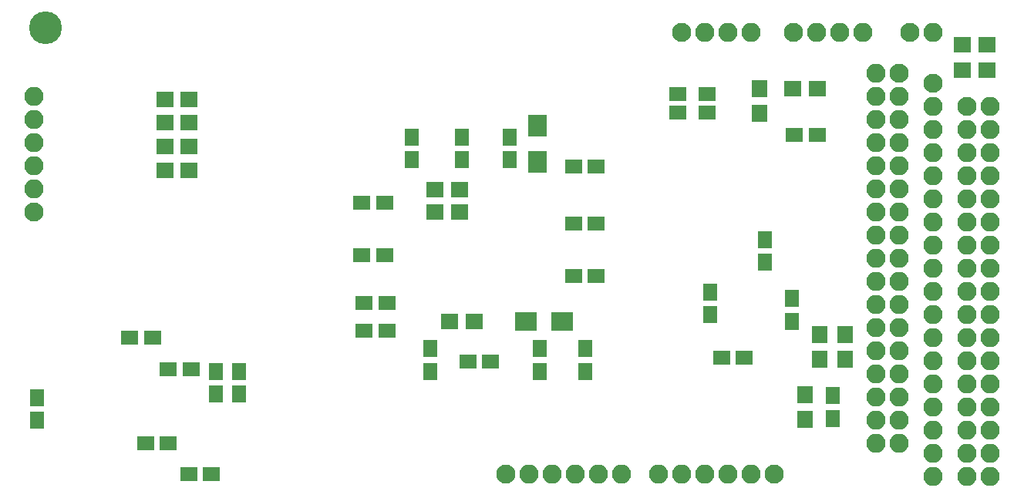
<source format=gbr>
%TF.GenerationSoftware,KiCad,Pcbnew,(5.0.0-rc2-dev-433-g81843c37a)*%
%TF.CreationDate,2018-08-17T12:44:53+02:00*%
%TF.ProjectId,phloppy_0,70686C6F7070795F302E6B696361645F,rev?*%
%TF.SameCoordinates,Original*%
%TF.FileFunction,Soldermask,Bot*%
%TF.FilePolarity,Negative*%
%FSLAX46Y46*%
G04 Gerber Fmt 4.6, Leading zero omitted, Abs format (unit mm)*
G04 Created by KiCad (PCBNEW (5.0.0-rc2-dev-433-g81843c37a)) date Fri Aug 17 12:44:53 2018*
%MOMM*%
%LPD*%
G01*
G04 APERTURE LIST*
%ADD10O,2.100000X2.100000*%
%ADD11C,2.100000*%
%ADD12R,1.900000X1.700000*%
%ADD13R,1.900000X1.650000*%
%ADD14R,1.650000X1.900000*%
%ADD15R,2.400000X2.000000*%
%ADD16R,2.000000X2.400000*%
%ADD17C,3.600000*%
%ADD18R,1.700000X1.900000*%
%ADD19R,1.900000X1.545000*%
G04 APERTURE END LIST*
D10*
%TO.C,P6*%
X121250000Y-73040000D03*
X121250000Y-70500000D03*
X121250000Y-67960000D03*
X121250000Y-65420000D03*
X121250000Y-62880000D03*
X121250000Y-60340000D03*
X121250000Y-57800000D03*
X121250000Y-55260000D03*
X121250000Y-52720000D03*
X121250000Y-50180000D03*
X121250000Y-47640000D03*
X121250000Y-45100000D03*
X121250000Y-42560000D03*
X121250000Y-40020000D03*
X121250000Y-37480000D03*
X121250000Y-34940000D03*
X121250000Y-32400000D03*
D11*
X121250000Y-29860000D03*
%TD*%
D10*
%TO.C,P8*%
X114960000Y-69390000D03*
X117500000Y-69390000D03*
X114960000Y-66850000D03*
X117500000Y-66850000D03*
X114960000Y-64310000D03*
X117500000Y-64310000D03*
X114960000Y-61770000D03*
X117500000Y-61770000D03*
X114960000Y-59230000D03*
X117500000Y-59230000D03*
X114960000Y-56690000D03*
X117500000Y-56690000D03*
X114960000Y-54150000D03*
X117500000Y-54150000D03*
X114960000Y-51610000D03*
X117500000Y-51610000D03*
X114960000Y-49070000D03*
X117500000Y-49070000D03*
X114960000Y-46530000D03*
X117500000Y-46530000D03*
X114960000Y-43990000D03*
X117500000Y-43990000D03*
X114960000Y-41450000D03*
X117500000Y-41450000D03*
X114960000Y-38910000D03*
X117500000Y-38910000D03*
X114960000Y-36370000D03*
X117500000Y-36370000D03*
X114960000Y-33830000D03*
X117500000Y-33830000D03*
X114960000Y-31290000D03*
X117500000Y-31290000D03*
X114960000Y-28750000D03*
D11*
X117500000Y-28750000D03*
%TD*%
D12*
%TO.C,R11*%
X39550000Y-31600000D03*
X36850000Y-31600000D03*
%TD*%
D13*
%TO.C,C2*%
X61000000Y-43000000D03*
X58500000Y-43000000D03*
%TD*%
D14*
%TO.C,C3*%
X64000000Y-38250000D03*
X64000000Y-35750000D03*
%TD*%
%TO.C,C4*%
X74750000Y-38250000D03*
X74750000Y-35750000D03*
%TD*%
D13*
%TO.C,C5*%
X84250000Y-39000000D03*
X81750000Y-39000000D03*
%TD*%
%TO.C,C8*%
X81750000Y-45250000D03*
X84250000Y-45250000D03*
%TD*%
D14*
%TO.C,C9*%
X83000000Y-61500000D03*
X83000000Y-59000000D03*
%TD*%
D13*
%TO.C,C10*%
X84250000Y-51000000D03*
X81750000Y-51000000D03*
%TD*%
D14*
%TO.C,C11*%
X69500000Y-38250000D03*
X69500000Y-35750000D03*
%TD*%
D13*
%TO.C,C12*%
X61250000Y-54000000D03*
X58750000Y-54000000D03*
%TD*%
%TO.C,C13*%
X100500000Y-60000000D03*
X98000000Y-60000000D03*
%TD*%
D15*
%TO.C,C14*%
X80500000Y-56000000D03*
X76500000Y-56000000D03*
%TD*%
D14*
%TO.C,C15*%
X42500000Y-61500000D03*
X42500000Y-64000000D03*
%TD*%
D13*
%TO.C,C16*%
X37250000Y-61250000D03*
X39750000Y-61250000D03*
%TD*%
%TO.C,C17*%
X61000000Y-48750000D03*
X58500000Y-48750000D03*
%TD*%
D14*
%TO.C,C19*%
X78000000Y-59000000D03*
X78000000Y-61500000D03*
%TD*%
%TO.C,C20*%
X110200000Y-64150000D03*
X110200000Y-66650000D03*
%TD*%
D13*
%TO.C,C21*%
X72650000Y-60400000D03*
X70150000Y-60400000D03*
%TD*%
%TO.C,C22*%
X108500000Y-35500000D03*
X106000000Y-35500000D03*
%TD*%
D14*
%TO.C,C23*%
X105750000Y-56000000D03*
X105750000Y-53500000D03*
%TD*%
%TO.C,C24*%
X102750000Y-49500000D03*
X102750000Y-47000000D03*
%TD*%
%TO.C,C25*%
X45000000Y-61500000D03*
X45000000Y-64000000D03*
%TD*%
%TO.C,C26*%
X22850000Y-64350000D03*
X22850000Y-66850000D03*
%TD*%
%TO.C,C27*%
X66000000Y-61500000D03*
X66000000Y-59000000D03*
%TD*%
D13*
%TO.C,C28*%
X33000000Y-57750000D03*
X35500000Y-57750000D03*
%TD*%
%TO.C,C29*%
X61250000Y-57000000D03*
X58750000Y-57000000D03*
%TD*%
%TO.C,C30*%
X39500000Y-72750000D03*
X42000000Y-72750000D03*
%TD*%
D16*
%TO.C,C31*%
X77750000Y-38500000D03*
X77750000Y-34500000D03*
%TD*%
D12*
%TO.C,R2*%
X66500000Y-44000000D03*
X69200000Y-44000000D03*
%TD*%
%TO.C,R3*%
X69200000Y-41500000D03*
X66500000Y-41500000D03*
%TD*%
%TO.C,R4*%
X70850000Y-56000000D03*
X68150000Y-56000000D03*
%TD*%
D11*
%TO.C,P1*%
X93630000Y-24250000D03*
D10*
X96170000Y-24250000D03*
X98710000Y-24250000D03*
X101250000Y-24250000D03*
%TD*%
D11*
%TO.C,P2*%
X105880000Y-24250000D03*
D10*
X108420000Y-24250000D03*
X110960000Y-24250000D03*
X113500000Y-24250000D03*
%TD*%
D11*
%TO.C,P3*%
X22500000Y-43950000D03*
D10*
X22500000Y-41410000D03*
X22500000Y-38870000D03*
X22500000Y-36330000D03*
X22500000Y-33790000D03*
X22500000Y-31250000D03*
%TD*%
D11*
%TO.C,P4*%
X74300000Y-72750000D03*
D10*
X76840000Y-72750000D03*
X79380000Y-72750000D03*
X81920000Y-72750000D03*
X84460000Y-72750000D03*
X87000000Y-72750000D03*
%TD*%
D11*
%TO.C,P5*%
X103750000Y-72750000D03*
D10*
X101210000Y-72750000D03*
X98670000Y-72750000D03*
X96130000Y-72750000D03*
X93590000Y-72750000D03*
X91050000Y-72750000D03*
%TD*%
%TO.C,P7*%
X127500000Y-73040000D03*
X124960000Y-73040000D03*
X127500000Y-70500000D03*
X124960000Y-70500000D03*
X127500000Y-67960000D03*
X124960000Y-67960000D03*
X127500000Y-65420000D03*
X124960000Y-65420000D03*
X127500000Y-62880000D03*
X124960000Y-62880000D03*
X127500000Y-60340000D03*
X124960000Y-60340000D03*
X127500000Y-57800000D03*
X124960000Y-57800000D03*
X127500000Y-55260000D03*
X124960000Y-55260000D03*
X127500000Y-52720000D03*
X124960000Y-52720000D03*
X127500000Y-50180000D03*
X124960000Y-50180000D03*
X127500000Y-47640000D03*
X124960000Y-47640000D03*
X127500000Y-45100000D03*
X124960000Y-45100000D03*
X127500000Y-42560000D03*
X124960000Y-42560000D03*
X127500000Y-40020000D03*
X124960000Y-40020000D03*
X127500000Y-37480000D03*
X124960000Y-37480000D03*
X127500000Y-34940000D03*
X124960000Y-34940000D03*
X127500000Y-32400000D03*
D11*
X124960000Y-32400000D03*
%TD*%
D17*
%TO.C,REF\002A\002A*%
X23750000Y-23750000D03*
%TD*%
D14*
%TO.C,C32*%
X96750000Y-52750000D03*
X96750000Y-55250000D03*
%TD*%
D13*
%TO.C,C33*%
X34750000Y-69400000D03*
X37250000Y-69400000D03*
%TD*%
D12*
%TO.C,R12*%
X124450000Y-28400000D03*
X127150000Y-28400000D03*
%TD*%
%TO.C,R13*%
X127150000Y-25600000D03*
X124450000Y-25600000D03*
%TD*%
%TO.C,R14*%
X105850000Y-30400000D03*
X108550000Y-30400000D03*
%TD*%
D18*
%TO.C,R15*%
X102200000Y-33150000D03*
X102200000Y-30450000D03*
%TD*%
%TO.C,R20*%
X111600000Y-57450000D03*
X111600000Y-60150000D03*
%TD*%
%TO.C,R21*%
X108800000Y-60150000D03*
X108800000Y-57450000D03*
%TD*%
%TO.C,R22*%
X107200000Y-64050000D03*
X107200000Y-66750000D03*
%TD*%
D12*
%TO.C,R23*%
X39550000Y-36800000D03*
X36850000Y-36800000D03*
%TD*%
%TO.C,R24*%
X39550000Y-34200000D03*
X36850000Y-34200000D03*
%TD*%
%TO.C,R25*%
X39550000Y-39400000D03*
X36850000Y-39400000D03*
%TD*%
D11*
%TO.C,J2*%
X118700000Y-24250000D03*
D10*
X121240000Y-24250000D03*
%TD*%
D19*
%TO.C,R26*%
X96400000Y-31000000D03*
X96400000Y-33085000D03*
%TD*%
%TO.C,R27*%
X93200000Y-33085000D03*
X93200000Y-31000000D03*
%TD*%
M02*

</source>
